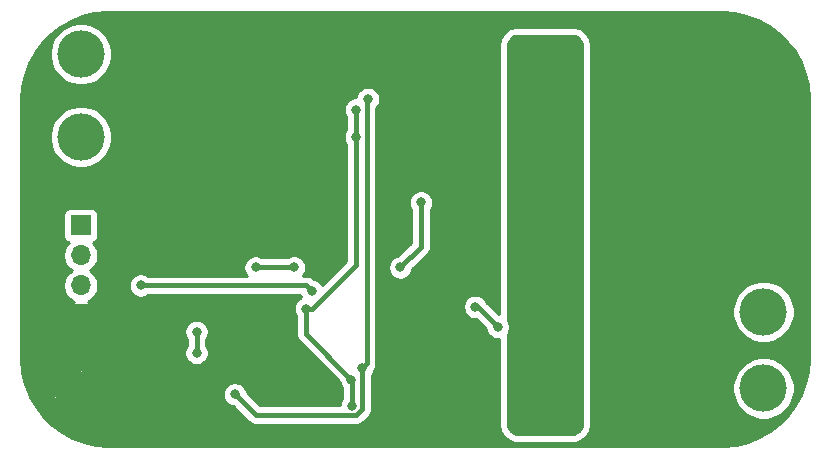
<source format=gbl>
G04 #@! TF.GenerationSoftware,KiCad,Pcbnew,(5.1.10)-1*
G04 #@! TF.CreationDate,2021-09-07T16:34:36-04:00*
G04 #@! TF.ProjectId,Motor_Controller,4d6f746f-725f-4436-9f6e-74726f6c6c65,rev?*
G04 #@! TF.SameCoordinates,Original*
G04 #@! TF.FileFunction,Copper,L2,Bot*
G04 #@! TF.FilePolarity,Positive*
%FSLAX46Y46*%
G04 Gerber Fmt 4.6, Leading zero omitted, Abs format (unit mm)*
G04 Created by KiCad (PCBNEW (5.1.10)-1) date 2021-09-07 16:34:36*
%MOMM*%
%LPD*%
G01*
G04 APERTURE LIST*
G04 #@! TA.AperFunction,ComponentPad*
%ADD10C,4.000000*%
G04 #@! TD*
G04 #@! TA.AperFunction,ComponentPad*
%ADD11O,1.700000X1.700000*%
G04 #@! TD*
G04 #@! TA.AperFunction,ComponentPad*
%ADD12R,1.700000X1.700000*%
G04 #@! TD*
G04 #@! TA.AperFunction,ViaPad*
%ADD13C,0.800000*%
G04 #@! TD*
G04 #@! TA.AperFunction,Conductor*
%ADD14C,0.400000*%
G04 #@! TD*
G04 #@! TA.AperFunction,Conductor*
%ADD15C,0.254000*%
G04 #@! TD*
G04 #@! TA.AperFunction,Conductor*
%ADD16C,0.100000*%
G04 #@! TD*
G04 APERTURE END LIST*
D10*
X29700000Y-127200000D03*
X29700000Y-156200000D03*
X29700000Y-134200000D03*
X87500000Y-155500000D03*
X87500000Y-149000000D03*
D11*
X29700000Y-149320000D03*
X29700000Y-146780000D03*
X29700000Y-144240000D03*
D12*
X29700000Y-141700000D03*
D13*
X57350000Y-156950000D03*
X56600000Y-155000000D03*
X57550000Y-134250000D03*
X56800000Y-132350000D03*
X59500000Y-136000000D03*
X61000000Y-155500000D03*
X62750000Y-139500000D03*
X64500000Y-142250000D03*
X48250000Y-156000000D03*
X41500000Y-154750000D03*
X47000000Y-151000000D03*
X43750000Y-151000000D03*
X45540686Y-152959314D03*
X82000000Y-135500000D03*
X80750000Y-133750000D03*
X79500000Y-135500000D03*
X80750000Y-137250000D03*
X82000000Y-137250000D03*
X79500000Y-137250000D03*
X79500000Y-133750000D03*
X82000000Y-133750000D03*
X76250000Y-151500000D03*
X75000000Y-149750000D03*
X77500000Y-149750000D03*
X77500000Y-151500000D03*
X76250000Y-148000000D03*
X75000000Y-148000000D03*
X77500000Y-148000000D03*
X37250000Y-135500000D03*
X38250000Y-135500000D03*
X39250000Y-135500000D03*
X40250000Y-135500000D03*
X41250000Y-135500000D03*
X42250000Y-135500000D03*
X43250000Y-135500000D03*
X44250000Y-135500000D03*
X45250000Y-135500000D03*
X55250000Y-140000000D03*
X36800000Y-158000000D03*
X75000000Y-151500000D03*
X44500000Y-145250000D03*
X47750000Y-145250000D03*
X56750000Y-145250000D03*
X58500000Y-139750000D03*
X66750000Y-130000000D03*
X69000000Y-130000000D03*
X69000000Y-128250000D03*
X69000000Y-126500000D03*
X71250000Y-126500000D03*
X71250000Y-128250000D03*
X71250000Y-130000000D03*
X71250000Y-131750000D03*
X69000000Y-131750000D03*
X66750000Y-131750000D03*
X66750000Y-128250000D03*
X66750000Y-126500000D03*
X71250000Y-158500000D03*
X71250000Y-156750000D03*
X69000000Y-158500000D03*
X69000000Y-156750000D03*
X66750000Y-158500000D03*
X66750000Y-156750000D03*
X69000000Y-155000000D03*
X69000000Y-153500000D03*
X66750000Y-155000000D03*
X71250000Y-155000000D03*
X71250000Y-153500000D03*
X66750000Y-153500000D03*
X53000000Y-131900000D03*
X52600000Y-154750000D03*
X52650000Y-156950000D03*
X53000000Y-134200000D03*
X39500000Y-152500000D03*
X39500000Y-150700000D03*
X48750000Y-148750000D03*
X34780005Y-146780005D03*
X49247941Y-147250000D03*
X42750000Y-156000000D03*
X53500000Y-153750000D03*
X54000000Y-131000000D03*
X63100000Y-148600000D03*
X65000000Y-150300000D03*
D14*
X44500000Y-145250000D02*
X47750000Y-145250000D01*
X58500000Y-143500000D02*
X58500000Y-139750000D01*
X56750000Y-145250000D02*
X58500000Y-143500000D01*
X52650000Y-154800000D02*
X52600000Y-154750000D01*
X52650000Y-156950000D02*
X52650000Y-154800000D01*
X53000000Y-134200000D02*
X53000000Y-131900000D01*
X39500000Y-152500000D02*
X39500000Y-150700000D01*
X48750000Y-150900000D02*
X48750000Y-148750000D01*
X52600000Y-154750000D02*
X48750000Y-150900000D01*
X53000000Y-145065685D02*
X49315685Y-148750000D01*
X53000000Y-131900000D02*
X53000000Y-145065685D01*
X49315685Y-148750000D02*
X48750000Y-148750000D01*
X48777946Y-146780005D02*
X49247941Y-147250000D01*
X34780005Y-146780005D02*
X48777946Y-146780005D01*
X53500000Y-157284002D02*
X53500000Y-153750000D01*
X53034001Y-157750001D02*
X53500000Y-157284002D01*
X44500001Y-157750001D02*
X53034001Y-157750001D01*
X42750000Y-156000000D02*
X44500001Y-157750001D01*
X53899999Y-131100001D02*
X54000000Y-131000000D01*
X53899999Y-153350001D02*
X53899999Y-131100001D01*
X53500000Y-153750000D02*
X53899999Y-153350001D01*
X63300000Y-148600000D02*
X65000000Y-150300000D01*
X63100000Y-148600000D02*
X63300000Y-148600000D01*
D15*
X85033984Y-123734863D02*
X86047336Y-123953032D01*
X87019833Y-124311805D01*
X87932081Y-124804027D01*
X88765873Y-125419875D01*
X89504578Y-126147065D01*
X90133441Y-126971073D01*
X90639935Y-127875483D01*
X91013943Y-128842233D01*
X91248001Y-129852030D01*
X91339237Y-130905445D01*
X91340001Y-131002765D01*
X91340000Y-152976661D01*
X91265137Y-154033982D01*
X91046968Y-155047336D01*
X90688195Y-156019833D01*
X90195970Y-156932086D01*
X89580123Y-157765876D01*
X88852934Y-158504578D01*
X88028927Y-159133441D01*
X87124516Y-159639935D01*
X86157766Y-160013943D01*
X85147976Y-160248000D01*
X84094555Y-160339237D01*
X83997362Y-160340000D01*
X32023338Y-160340000D01*
X30966018Y-160265137D01*
X29952664Y-160046968D01*
X28980167Y-159688195D01*
X28067914Y-159195970D01*
X27234124Y-158580123D01*
X27088830Y-158437093D01*
X29404622Y-158437093D01*
X29698277Y-158538258D01*
X29701723Y-158538258D01*
X29995378Y-158437093D01*
X29700000Y-158141715D01*
X29404622Y-158437093D01*
X27088830Y-158437093D01*
X26495422Y-157852934D01*
X25866559Y-157028927D01*
X25401374Y-156198277D01*
X27361742Y-156198277D01*
X27361742Y-156201723D01*
X27462907Y-156495378D01*
X27758285Y-156200000D01*
X31641715Y-156200000D01*
X31937093Y-156495378D01*
X32038258Y-156201723D01*
X32038258Y-156198277D01*
X31937093Y-155904622D01*
X31641715Y-156200000D01*
X27758285Y-156200000D01*
X27462907Y-155904622D01*
X27361742Y-156198277D01*
X25401374Y-156198277D01*
X25360065Y-156124516D01*
X24986057Y-155157766D01*
X24752000Y-154147976D01*
X24735972Y-153962907D01*
X29404622Y-153962907D01*
X29700000Y-154258285D01*
X29995378Y-153962907D01*
X29701723Y-153861742D01*
X29698277Y-153861742D01*
X29404622Y-153962907D01*
X24735972Y-153962907D01*
X24660763Y-153094555D01*
X24660000Y-152997362D01*
X24660000Y-150598061D01*
X38465000Y-150598061D01*
X38465000Y-150801939D01*
X38504774Y-151001898D01*
X38582795Y-151190256D01*
X38665001Y-151313286D01*
X38665000Y-151886715D01*
X38582795Y-152009744D01*
X38504774Y-152198102D01*
X38465000Y-152398061D01*
X38465000Y-152601939D01*
X38504774Y-152801898D01*
X38582795Y-152990256D01*
X38696063Y-153159774D01*
X38840226Y-153303937D01*
X39009744Y-153417205D01*
X39198102Y-153495226D01*
X39398061Y-153535000D01*
X39601939Y-153535000D01*
X39801898Y-153495226D01*
X39990256Y-153417205D01*
X40159774Y-153303937D01*
X40303937Y-153159774D01*
X40417205Y-152990256D01*
X40495226Y-152801898D01*
X40535000Y-152601939D01*
X40535000Y-152398061D01*
X40495226Y-152198102D01*
X40417205Y-152009744D01*
X40335000Y-151886715D01*
X40335000Y-151313285D01*
X40417205Y-151190256D01*
X40495226Y-151001898D01*
X40535000Y-150801939D01*
X40535000Y-150598061D01*
X40495226Y-150398102D01*
X40417205Y-150209744D01*
X40303937Y-150040226D01*
X40159774Y-149896063D01*
X39990256Y-149782795D01*
X39801898Y-149704774D01*
X39601939Y-149665000D01*
X39398061Y-149665000D01*
X39198102Y-149704774D01*
X39009744Y-149782795D01*
X38840226Y-149896063D01*
X38696063Y-150040226D01*
X38582795Y-150209744D01*
X38504774Y-150398102D01*
X38465000Y-150598061D01*
X24660000Y-150598061D01*
X24660000Y-150043000D01*
X28877295Y-150043000D01*
X28895774Y-150179389D01*
X28977000Y-150167056D01*
X28977000Y-150043000D01*
X30423000Y-150043000D01*
X30423000Y-150167056D01*
X30504226Y-150179389D01*
X30522705Y-150043000D01*
X30423000Y-150043000D01*
X28977000Y-150043000D01*
X28877295Y-150043000D01*
X24660000Y-150043000D01*
X24660000Y-140850000D01*
X28211928Y-140850000D01*
X28211928Y-142550000D01*
X28224188Y-142674482D01*
X28260498Y-142794180D01*
X28319463Y-142904494D01*
X28398815Y-143001185D01*
X28495506Y-143080537D01*
X28605820Y-143139502D01*
X28678380Y-143161513D01*
X28546525Y-143293368D01*
X28384010Y-143536589D01*
X28272068Y-143806842D01*
X28215000Y-144093740D01*
X28215000Y-144386260D01*
X28272068Y-144673158D01*
X28384010Y-144943411D01*
X28546525Y-145186632D01*
X28753368Y-145393475D01*
X28927760Y-145510000D01*
X28753368Y-145626525D01*
X28546525Y-145833368D01*
X28384010Y-146076589D01*
X28272068Y-146346842D01*
X28215000Y-146633740D01*
X28215000Y-146926260D01*
X28272068Y-147213158D01*
X28384010Y-147483411D01*
X28546525Y-147726632D01*
X28753368Y-147933475D01*
X28996589Y-148095990D01*
X29110082Y-148143000D01*
X28326998Y-148143000D01*
X28326998Y-148470000D01*
X28894502Y-148470000D01*
X28877295Y-148597000D01*
X28977000Y-148597000D01*
X28977000Y-148472944D01*
X28957611Y-148470000D01*
X30442389Y-148470000D01*
X30423000Y-148472944D01*
X30423000Y-148597000D01*
X30522705Y-148597000D01*
X30505498Y-148470000D01*
X31073002Y-148470000D01*
X31073002Y-148143000D01*
X30289918Y-148143000D01*
X30403411Y-148095990D01*
X30646632Y-147933475D01*
X30853475Y-147726632D01*
X31015990Y-147483411D01*
X31127932Y-147213158D01*
X31185000Y-146926260D01*
X31185000Y-146678066D01*
X33745005Y-146678066D01*
X33745005Y-146881944D01*
X33784779Y-147081903D01*
X33862800Y-147270261D01*
X33976068Y-147439779D01*
X34120231Y-147583942D01*
X34289749Y-147697210D01*
X34478107Y-147775231D01*
X34678066Y-147815005D01*
X34881944Y-147815005D01*
X35081903Y-147775231D01*
X35270261Y-147697210D01*
X35393290Y-147615005D01*
X48278855Y-147615005D01*
X48330736Y-147740256D01*
X48363776Y-147789703D01*
X48259744Y-147832795D01*
X48090226Y-147946063D01*
X47946063Y-148090226D01*
X47832795Y-148259744D01*
X47754774Y-148448102D01*
X47715000Y-148648061D01*
X47715000Y-148851939D01*
X47754774Y-149051898D01*
X47832795Y-149240256D01*
X47915001Y-149363286D01*
X47915000Y-150858981D01*
X47910960Y-150900000D01*
X47915000Y-150941018D01*
X47927082Y-151063688D01*
X47974828Y-151221086D01*
X48052364Y-151366145D01*
X48156709Y-151493291D01*
X48188579Y-151519446D01*
X51575908Y-154906775D01*
X51604774Y-155051898D01*
X51682795Y-155240256D01*
X51796063Y-155409774D01*
X51815001Y-155428712D01*
X51815000Y-156336715D01*
X51732795Y-156459744D01*
X51654774Y-156648102D01*
X51615000Y-156848061D01*
X51615000Y-156915001D01*
X44845869Y-156915001D01*
X43774093Y-155843225D01*
X43745226Y-155698102D01*
X43667205Y-155509744D01*
X43553937Y-155340226D01*
X43409774Y-155196063D01*
X43240256Y-155082795D01*
X43051898Y-155004774D01*
X42851939Y-154965000D01*
X42648061Y-154965000D01*
X42448102Y-155004774D01*
X42259744Y-155082795D01*
X42090226Y-155196063D01*
X41946063Y-155340226D01*
X41832795Y-155509744D01*
X41754774Y-155698102D01*
X41715000Y-155898061D01*
X41715000Y-156101939D01*
X41754774Y-156301898D01*
X41832795Y-156490256D01*
X41946063Y-156659774D01*
X42090226Y-156803937D01*
X42259744Y-156917205D01*
X42448102Y-156995226D01*
X42593225Y-157024093D01*
X43880560Y-158311427D01*
X43906710Y-158343292D01*
X44005079Y-158424021D01*
X44033855Y-158447637D01*
X44178914Y-158525173D01*
X44336312Y-158572919D01*
X44500000Y-158589041D01*
X44541019Y-158585001D01*
X52992983Y-158585001D01*
X53034001Y-158589041D01*
X53075019Y-158585001D01*
X53075020Y-158585001D01*
X53197690Y-158572919D01*
X53355088Y-158525173D01*
X53500147Y-158447637D01*
X53627292Y-158343292D01*
X53653447Y-158311422D01*
X54061422Y-157903447D01*
X54093291Y-157877293D01*
X54197636Y-157750148D01*
X54275172Y-157605089D01*
X54322918Y-157447691D01*
X54335000Y-157325021D01*
X54335000Y-157325020D01*
X54339040Y-157284003D01*
X54335000Y-157242984D01*
X54335000Y-154363285D01*
X54417205Y-154240256D01*
X54495226Y-154051898D01*
X54524359Y-153905434D01*
X54597635Y-153816147D01*
X54675171Y-153671088D01*
X54722917Y-153513690D01*
X54734999Y-153391020D01*
X54734999Y-153391019D01*
X54739039Y-153350002D01*
X54734999Y-153308983D01*
X54734999Y-148498061D01*
X62065000Y-148498061D01*
X62065000Y-148701939D01*
X62104774Y-148901898D01*
X62182795Y-149090256D01*
X62296063Y-149259774D01*
X62440226Y-149403937D01*
X62609744Y-149517205D01*
X62798102Y-149595226D01*
X62998061Y-149635000D01*
X63154133Y-149635000D01*
X63975908Y-150456775D01*
X64004774Y-150601898D01*
X64082795Y-150790256D01*
X64196063Y-150959774D01*
X64340226Y-151103937D01*
X64509744Y-151217205D01*
X64698102Y-151295226D01*
X64898061Y-151335000D01*
X65101939Y-151335000D01*
X65115000Y-151332402D01*
X65115000Y-158500000D01*
X65118058Y-158562242D01*
X65137273Y-158757332D01*
X65161557Y-158879419D01*
X65218462Y-159067012D01*
X65266100Y-159182020D01*
X65358510Y-159354907D01*
X65427668Y-159458409D01*
X65552031Y-159609946D01*
X65640054Y-159697969D01*
X65791591Y-159822332D01*
X65895093Y-159891490D01*
X66067980Y-159983900D01*
X66182988Y-160031538D01*
X66370581Y-160088443D01*
X66492668Y-160112727D01*
X66687758Y-160131942D01*
X66750000Y-160135000D01*
X71250000Y-160135000D01*
X71312242Y-160131942D01*
X71507332Y-160112727D01*
X71629419Y-160088443D01*
X71817012Y-160031538D01*
X71932020Y-159983900D01*
X72104907Y-159891490D01*
X72208409Y-159822332D01*
X72359946Y-159697969D01*
X72447969Y-159609946D01*
X72572332Y-159458409D01*
X72641490Y-159354907D01*
X72733900Y-159182020D01*
X72781538Y-159067012D01*
X72838443Y-158879419D01*
X72862727Y-158757332D01*
X72881942Y-158562242D01*
X72885000Y-158500000D01*
X72885000Y-155240475D01*
X84865000Y-155240475D01*
X84865000Y-155759525D01*
X84966261Y-156268601D01*
X85164893Y-156748141D01*
X85453262Y-157179715D01*
X85820285Y-157546738D01*
X86251859Y-157835107D01*
X86731399Y-158033739D01*
X87240475Y-158135000D01*
X87759525Y-158135000D01*
X88268601Y-158033739D01*
X88748141Y-157835107D01*
X89179715Y-157546738D01*
X89546738Y-157179715D01*
X89835107Y-156748141D01*
X90033739Y-156268601D01*
X90135000Y-155759525D01*
X90135000Y-155240475D01*
X90033739Y-154731399D01*
X89835107Y-154251859D01*
X89546738Y-153820285D01*
X89179715Y-153453262D01*
X88748141Y-153164893D01*
X88268601Y-152966261D01*
X87759525Y-152865000D01*
X87240475Y-152865000D01*
X86731399Y-152966261D01*
X86251859Y-153164893D01*
X85820285Y-153453262D01*
X85453262Y-153820285D01*
X85164893Y-154251859D01*
X84966261Y-154731399D01*
X84865000Y-155240475D01*
X72885000Y-155240475D01*
X72885000Y-148740475D01*
X84865000Y-148740475D01*
X84865000Y-149259525D01*
X84966261Y-149768601D01*
X85164893Y-150248141D01*
X85453262Y-150679715D01*
X85820285Y-151046738D01*
X86251859Y-151335107D01*
X86731399Y-151533739D01*
X87240475Y-151635000D01*
X87759525Y-151635000D01*
X88268601Y-151533739D01*
X88748141Y-151335107D01*
X89179715Y-151046738D01*
X89546738Y-150679715D01*
X89835107Y-150248141D01*
X90033739Y-149768601D01*
X90135000Y-149259525D01*
X90135000Y-148740475D01*
X90033739Y-148231399D01*
X89835107Y-147751859D01*
X89546738Y-147320285D01*
X89179715Y-146953262D01*
X88748141Y-146664893D01*
X88268601Y-146466261D01*
X87759525Y-146365000D01*
X87240475Y-146365000D01*
X86731399Y-146466261D01*
X86251859Y-146664893D01*
X85820285Y-146953262D01*
X85453262Y-147320285D01*
X85164893Y-147751859D01*
X84966261Y-148231399D01*
X84865000Y-148740475D01*
X72885000Y-148740475D01*
X72885000Y-126500000D01*
X72881942Y-126437758D01*
X72862727Y-126242668D01*
X72838443Y-126120581D01*
X72781538Y-125932988D01*
X72733900Y-125817980D01*
X72641490Y-125645093D01*
X72572332Y-125541591D01*
X72447969Y-125390054D01*
X72359946Y-125302031D01*
X72208409Y-125177668D01*
X72104907Y-125108510D01*
X71932020Y-125016100D01*
X71817012Y-124968462D01*
X71629419Y-124911557D01*
X71507332Y-124887273D01*
X71312242Y-124868058D01*
X71250000Y-124865000D01*
X66750000Y-124865000D01*
X66687758Y-124868058D01*
X66492668Y-124887273D01*
X66370581Y-124911557D01*
X66182988Y-124968462D01*
X66067980Y-125016100D01*
X65895093Y-125108510D01*
X65791591Y-125177668D01*
X65640054Y-125302031D01*
X65552031Y-125390054D01*
X65427668Y-125541591D01*
X65358510Y-125645093D01*
X65266100Y-125817980D01*
X65218462Y-125932988D01*
X65161557Y-126120581D01*
X65137273Y-126242668D01*
X65118058Y-126437758D01*
X65115000Y-126500000D01*
X65115000Y-149234132D01*
X64036010Y-148155143D01*
X64017205Y-148109744D01*
X63903937Y-147940226D01*
X63759774Y-147796063D01*
X63590256Y-147682795D01*
X63401898Y-147604774D01*
X63201939Y-147565000D01*
X62998061Y-147565000D01*
X62798102Y-147604774D01*
X62609744Y-147682795D01*
X62440226Y-147796063D01*
X62296063Y-147940226D01*
X62182795Y-148109744D01*
X62104774Y-148298102D01*
X62065000Y-148498061D01*
X54734999Y-148498061D01*
X54734999Y-145148061D01*
X55715000Y-145148061D01*
X55715000Y-145351939D01*
X55754774Y-145551898D01*
X55832795Y-145740256D01*
X55946063Y-145909774D01*
X56090226Y-146053937D01*
X56259744Y-146167205D01*
X56448102Y-146245226D01*
X56648061Y-146285000D01*
X56851939Y-146285000D01*
X57051898Y-146245226D01*
X57240256Y-146167205D01*
X57409774Y-146053937D01*
X57553937Y-145909774D01*
X57667205Y-145740256D01*
X57745226Y-145551898D01*
X57774093Y-145406775D01*
X59061433Y-144119436D01*
X59093291Y-144093291D01*
X59197636Y-143966146D01*
X59275172Y-143821087D01*
X59322918Y-143663689D01*
X59335000Y-143541019D01*
X59335000Y-143541018D01*
X59339040Y-143500000D01*
X59335000Y-143458982D01*
X59335000Y-140363285D01*
X59417205Y-140240256D01*
X59495226Y-140051898D01*
X59535000Y-139851939D01*
X59535000Y-139648061D01*
X59495226Y-139448102D01*
X59417205Y-139259744D01*
X59303937Y-139090226D01*
X59159774Y-138946063D01*
X58990256Y-138832795D01*
X58801898Y-138754774D01*
X58601939Y-138715000D01*
X58398061Y-138715000D01*
X58198102Y-138754774D01*
X58009744Y-138832795D01*
X57840226Y-138946063D01*
X57696063Y-139090226D01*
X57582795Y-139259744D01*
X57504774Y-139448102D01*
X57465000Y-139648061D01*
X57465000Y-139851939D01*
X57504774Y-140051898D01*
X57582795Y-140240256D01*
X57665001Y-140363286D01*
X57665000Y-143154131D01*
X56593225Y-144225907D01*
X56448102Y-144254774D01*
X56259744Y-144332795D01*
X56090226Y-144446063D01*
X55946063Y-144590226D01*
X55832795Y-144759744D01*
X55754774Y-144948102D01*
X55715000Y-145148061D01*
X54734999Y-145148061D01*
X54734999Y-131728712D01*
X54803937Y-131659774D01*
X54917205Y-131490256D01*
X54995226Y-131301898D01*
X55035000Y-131101939D01*
X55035000Y-130898061D01*
X54995226Y-130698102D01*
X54917205Y-130509744D01*
X54803937Y-130340226D01*
X54659774Y-130196063D01*
X54490256Y-130082795D01*
X54301898Y-130004774D01*
X54101939Y-129965000D01*
X53898061Y-129965000D01*
X53698102Y-130004774D01*
X53509744Y-130082795D01*
X53340226Y-130196063D01*
X53196063Y-130340226D01*
X53082795Y-130509744D01*
X53004774Y-130698102D01*
X52971576Y-130865000D01*
X52898061Y-130865000D01*
X52698102Y-130904774D01*
X52509744Y-130982795D01*
X52340226Y-131096063D01*
X52196063Y-131240226D01*
X52082795Y-131409744D01*
X52004774Y-131598102D01*
X51965000Y-131798061D01*
X51965000Y-132001939D01*
X52004774Y-132201898D01*
X52082795Y-132390256D01*
X52165000Y-132513285D01*
X52165000Y-133586715D01*
X52082795Y-133709744D01*
X52004774Y-133898102D01*
X51965000Y-134098061D01*
X51965000Y-134301939D01*
X52004774Y-134501898D01*
X52082795Y-134690256D01*
X52165000Y-134813285D01*
X52165001Y-144719816D01*
X50149095Y-146735722D01*
X50051878Y-146590226D01*
X49907715Y-146446063D01*
X49738197Y-146332795D01*
X49549839Y-146254774D01*
X49404715Y-146225907D01*
X49397392Y-146218584D01*
X49371237Y-146186714D01*
X49244092Y-146082369D01*
X49099033Y-146004833D01*
X48941635Y-145957087D01*
X48818965Y-145945005D01*
X48818964Y-145945005D01*
X48777946Y-145940965D01*
X48736928Y-145945005D01*
X48518706Y-145945005D01*
X48553937Y-145909774D01*
X48667205Y-145740256D01*
X48745226Y-145551898D01*
X48785000Y-145351939D01*
X48785000Y-145148061D01*
X48745226Y-144948102D01*
X48667205Y-144759744D01*
X48553937Y-144590226D01*
X48409774Y-144446063D01*
X48240256Y-144332795D01*
X48051898Y-144254774D01*
X47851939Y-144215000D01*
X47648061Y-144215000D01*
X47448102Y-144254774D01*
X47259744Y-144332795D01*
X47136715Y-144415000D01*
X45113285Y-144415000D01*
X44990256Y-144332795D01*
X44801898Y-144254774D01*
X44601939Y-144215000D01*
X44398061Y-144215000D01*
X44198102Y-144254774D01*
X44009744Y-144332795D01*
X43840226Y-144446063D01*
X43696063Y-144590226D01*
X43582795Y-144759744D01*
X43504774Y-144948102D01*
X43465000Y-145148061D01*
X43465000Y-145351939D01*
X43504774Y-145551898D01*
X43582795Y-145740256D01*
X43696063Y-145909774D01*
X43731294Y-145945005D01*
X35393290Y-145945005D01*
X35270261Y-145862800D01*
X35081903Y-145784779D01*
X34881944Y-145745005D01*
X34678066Y-145745005D01*
X34478107Y-145784779D01*
X34289749Y-145862800D01*
X34120231Y-145976068D01*
X33976068Y-146120231D01*
X33862800Y-146289749D01*
X33784779Y-146478107D01*
X33745005Y-146678066D01*
X31185000Y-146678066D01*
X31185000Y-146633740D01*
X31127932Y-146346842D01*
X31015990Y-146076589D01*
X30853475Y-145833368D01*
X30646632Y-145626525D01*
X30472240Y-145510000D01*
X30646632Y-145393475D01*
X30853475Y-145186632D01*
X31015990Y-144943411D01*
X31127932Y-144673158D01*
X31185000Y-144386260D01*
X31185000Y-144093740D01*
X31127932Y-143806842D01*
X31015990Y-143536589D01*
X30853475Y-143293368D01*
X30721620Y-143161513D01*
X30794180Y-143139502D01*
X30904494Y-143080537D01*
X31001185Y-143001185D01*
X31080537Y-142904494D01*
X31139502Y-142794180D01*
X31175812Y-142674482D01*
X31188072Y-142550000D01*
X31188072Y-140850000D01*
X31175812Y-140725518D01*
X31139502Y-140605820D01*
X31080537Y-140495506D01*
X31001185Y-140398815D01*
X30904494Y-140319463D01*
X30794180Y-140260498D01*
X30674482Y-140224188D01*
X30550000Y-140211928D01*
X28850000Y-140211928D01*
X28725518Y-140224188D01*
X28605820Y-140260498D01*
X28495506Y-140319463D01*
X28398815Y-140398815D01*
X28319463Y-140495506D01*
X28260498Y-140605820D01*
X28224188Y-140725518D01*
X28211928Y-140850000D01*
X24660000Y-140850000D01*
X24660000Y-133940475D01*
X27065000Y-133940475D01*
X27065000Y-134459525D01*
X27166261Y-134968601D01*
X27364893Y-135448141D01*
X27653262Y-135879715D01*
X28020285Y-136246738D01*
X28451859Y-136535107D01*
X28931399Y-136733739D01*
X29440475Y-136835000D01*
X29959525Y-136835000D01*
X30468601Y-136733739D01*
X30948141Y-136535107D01*
X31379715Y-136246738D01*
X31746738Y-135879715D01*
X32035107Y-135448141D01*
X32233739Y-134968601D01*
X32335000Y-134459525D01*
X32335000Y-133940475D01*
X32233739Y-133431399D01*
X32035107Y-132951859D01*
X31746738Y-132520285D01*
X31379715Y-132153262D01*
X30948141Y-131864893D01*
X30468601Y-131666261D01*
X29959525Y-131565000D01*
X29440475Y-131565000D01*
X28931399Y-131666261D01*
X28451859Y-131864893D01*
X28020285Y-132153262D01*
X27653262Y-132520285D01*
X27364893Y-132951859D01*
X27166261Y-133431399D01*
X27065000Y-133940475D01*
X24660000Y-133940475D01*
X24660000Y-131023338D01*
X24734863Y-129966016D01*
X24953032Y-128952664D01*
X25311805Y-127980167D01*
X25804027Y-127067919D01*
X25898158Y-126940475D01*
X27065000Y-126940475D01*
X27065000Y-127459525D01*
X27166261Y-127968601D01*
X27364893Y-128448141D01*
X27653262Y-128879715D01*
X28020285Y-129246738D01*
X28451859Y-129535107D01*
X28931399Y-129733739D01*
X29440475Y-129835000D01*
X29959525Y-129835000D01*
X30468601Y-129733739D01*
X30948141Y-129535107D01*
X31379715Y-129246738D01*
X31746738Y-128879715D01*
X32035107Y-128448141D01*
X32233739Y-127968601D01*
X32335000Y-127459525D01*
X32335000Y-126940475D01*
X32233739Y-126431399D01*
X32035107Y-125951859D01*
X31746738Y-125520285D01*
X31379715Y-125153262D01*
X30948141Y-124864893D01*
X30468601Y-124666261D01*
X29959525Y-124565000D01*
X29440475Y-124565000D01*
X28931399Y-124666261D01*
X28451859Y-124864893D01*
X28020285Y-125153262D01*
X27653262Y-125520285D01*
X27364893Y-125951859D01*
X27166261Y-126431399D01*
X27065000Y-126940475D01*
X25898158Y-126940475D01*
X26419875Y-126234127D01*
X27147065Y-125495422D01*
X27971073Y-124866559D01*
X28875483Y-124360065D01*
X29842233Y-123986057D01*
X30852030Y-123751999D01*
X31905445Y-123660763D01*
X32002638Y-123660000D01*
X83976662Y-123660000D01*
X85033984Y-123734863D01*
G04 #@! TA.AperFunction,Conductor*
D16*
G36*
X85033984Y-123734863D02*
G01*
X86047336Y-123953032D01*
X87019833Y-124311805D01*
X87932081Y-124804027D01*
X88765873Y-125419875D01*
X89504578Y-126147065D01*
X90133441Y-126971073D01*
X90639935Y-127875483D01*
X91013943Y-128842233D01*
X91248001Y-129852030D01*
X91339237Y-130905445D01*
X91340001Y-131002765D01*
X91340000Y-152976661D01*
X91265137Y-154033982D01*
X91046968Y-155047336D01*
X90688195Y-156019833D01*
X90195970Y-156932086D01*
X89580123Y-157765876D01*
X88852934Y-158504578D01*
X88028927Y-159133441D01*
X87124516Y-159639935D01*
X86157766Y-160013943D01*
X85147976Y-160248000D01*
X84094555Y-160339237D01*
X83997362Y-160340000D01*
X32023338Y-160340000D01*
X30966018Y-160265137D01*
X29952664Y-160046968D01*
X28980167Y-159688195D01*
X28067914Y-159195970D01*
X27234124Y-158580123D01*
X27088830Y-158437093D01*
X29404622Y-158437093D01*
X29698277Y-158538258D01*
X29701723Y-158538258D01*
X29995378Y-158437093D01*
X29700000Y-158141715D01*
X29404622Y-158437093D01*
X27088830Y-158437093D01*
X26495422Y-157852934D01*
X25866559Y-157028927D01*
X25401374Y-156198277D01*
X27361742Y-156198277D01*
X27361742Y-156201723D01*
X27462907Y-156495378D01*
X27758285Y-156200000D01*
X31641715Y-156200000D01*
X31937093Y-156495378D01*
X32038258Y-156201723D01*
X32038258Y-156198277D01*
X31937093Y-155904622D01*
X31641715Y-156200000D01*
X27758285Y-156200000D01*
X27462907Y-155904622D01*
X27361742Y-156198277D01*
X25401374Y-156198277D01*
X25360065Y-156124516D01*
X24986057Y-155157766D01*
X24752000Y-154147976D01*
X24735972Y-153962907D01*
X29404622Y-153962907D01*
X29700000Y-154258285D01*
X29995378Y-153962907D01*
X29701723Y-153861742D01*
X29698277Y-153861742D01*
X29404622Y-153962907D01*
X24735972Y-153962907D01*
X24660763Y-153094555D01*
X24660000Y-152997362D01*
X24660000Y-150598061D01*
X38465000Y-150598061D01*
X38465000Y-150801939D01*
X38504774Y-151001898D01*
X38582795Y-151190256D01*
X38665001Y-151313286D01*
X38665000Y-151886715D01*
X38582795Y-152009744D01*
X38504774Y-152198102D01*
X38465000Y-152398061D01*
X38465000Y-152601939D01*
X38504774Y-152801898D01*
X38582795Y-152990256D01*
X38696063Y-153159774D01*
X38840226Y-153303937D01*
X39009744Y-153417205D01*
X39198102Y-153495226D01*
X39398061Y-153535000D01*
X39601939Y-153535000D01*
X39801898Y-153495226D01*
X39990256Y-153417205D01*
X40159774Y-153303937D01*
X40303937Y-153159774D01*
X40417205Y-152990256D01*
X40495226Y-152801898D01*
X40535000Y-152601939D01*
X40535000Y-152398061D01*
X40495226Y-152198102D01*
X40417205Y-152009744D01*
X40335000Y-151886715D01*
X40335000Y-151313285D01*
X40417205Y-151190256D01*
X40495226Y-151001898D01*
X40535000Y-150801939D01*
X40535000Y-150598061D01*
X40495226Y-150398102D01*
X40417205Y-150209744D01*
X40303937Y-150040226D01*
X40159774Y-149896063D01*
X39990256Y-149782795D01*
X39801898Y-149704774D01*
X39601939Y-149665000D01*
X39398061Y-149665000D01*
X39198102Y-149704774D01*
X39009744Y-149782795D01*
X38840226Y-149896063D01*
X38696063Y-150040226D01*
X38582795Y-150209744D01*
X38504774Y-150398102D01*
X38465000Y-150598061D01*
X24660000Y-150598061D01*
X24660000Y-150043000D01*
X28877295Y-150043000D01*
X28895774Y-150179389D01*
X28977000Y-150167056D01*
X28977000Y-150043000D01*
X30423000Y-150043000D01*
X30423000Y-150167056D01*
X30504226Y-150179389D01*
X30522705Y-150043000D01*
X30423000Y-150043000D01*
X28977000Y-150043000D01*
X28877295Y-150043000D01*
X24660000Y-150043000D01*
X24660000Y-140850000D01*
X28211928Y-140850000D01*
X28211928Y-142550000D01*
X28224188Y-142674482D01*
X28260498Y-142794180D01*
X28319463Y-142904494D01*
X28398815Y-143001185D01*
X28495506Y-143080537D01*
X28605820Y-143139502D01*
X28678380Y-143161513D01*
X28546525Y-143293368D01*
X28384010Y-143536589D01*
X28272068Y-143806842D01*
X28215000Y-144093740D01*
X28215000Y-144386260D01*
X28272068Y-144673158D01*
X28384010Y-144943411D01*
X28546525Y-145186632D01*
X28753368Y-145393475D01*
X28927760Y-145510000D01*
X28753368Y-145626525D01*
X28546525Y-145833368D01*
X28384010Y-146076589D01*
X28272068Y-146346842D01*
X28215000Y-146633740D01*
X28215000Y-146926260D01*
X28272068Y-147213158D01*
X28384010Y-147483411D01*
X28546525Y-147726632D01*
X28753368Y-147933475D01*
X28996589Y-148095990D01*
X29110082Y-148143000D01*
X28326998Y-148143000D01*
X28326998Y-148470000D01*
X28894502Y-148470000D01*
X28877295Y-148597000D01*
X28977000Y-148597000D01*
X28977000Y-148472944D01*
X28957611Y-148470000D01*
X30442389Y-148470000D01*
X30423000Y-148472944D01*
X30423000Y-148597000D01*
X30522705Y-148597000D01*
X30505498Y-148470000D01*
X31073002Y-148470000D01*
X31073002Y-148143000D01*
X30289918Y-148143000D01*
X30403411Y-148095990D01*
X30646632Y-147933475D01*
X30853475Y-147726632D01*
X31015990Y-147483411D01*
X31127932Y-147213158D01*
X31185000Y-146926260D01*
X31185000Y-146678066D01*
X33745005Y-146678066D01*
X33745005Y-146881944D01*
X33784779Y-147081903D01*
X33862800Y-147270261D01*
X33976068Y-147439779D01*
X34120231Y-147583942D01*
X34289749Y-147697210D01*
X34478107Y-147775231D01*
X34678066Y-147815005D01*
X34881944Y-147815005D01*
X35081903Y-147775231D01*
X35270261Y-147697210D01*
X35393290Y-147615005D01*
X48278855Y-147615005D01*
X48330736Y-147740256D01*
X48363776Y-147789703D01*
X48259744Y-147832795D01*
X48090226Y-147946063D01*
X47946063Y-148090226D01*
X47832795Y-148259744D01*
X47754774Y-148448102D01*
X47715000Y-148648061D01*
X47715000Y-148851939D01*
X47754774Y-149051898D01*
X47832795Y-149240256D01*
X47915001Y-149363286D01*
X47915000Y-150858981D01*
X47910960Y-150900000D01*
X47915000Y-150941018D01*
X47927082Y-151063688D01*
X47974828Y-151221086D01*
X48052364Y-151366145D01*
X48156709Y-151493291D01*
X48188579Y-151519446D01*
X51575908Y-154906775D01*
X51604774Y-155051898D01*
X51682795Y-155240256D01*
X51796063Y-155409774D01*
X51815001Y-155428712D01*
X51815000Y-156336715D01*
X51732795Y-156459744D01*
X51654774Y-156648102D01*
X51615000Y-156848061D01*
X51615000Y-156915001D01*
X44845869Y-156915001D01*
X43774093Y-155843225D01*
X43745226Y-155698102D01*
X43667205Y-155509744D01*
X43553937Y-155340226D01*
X43409774Y-155196063D01*
X43240256Y-155082795D01*
X43051898Y-155004774D01*
X42851939Y-154965000D01*
X42648061Y-154965000D01*
X42448102Y-155004774D01*
X42259744Y-155082795D01*
X42090226Y-155196063D01*
X41946063Y-155340226D01*
X41832795Y-155509744D01*
X41754774Y-155698102D01*
X41715000Y-155898061D01*
X41715000Y-156101939D01*
X41754774Y-156301898D01*
X41832795Y-156490256D01*
X41946063Y-156659774D01*
X42090226Y-156803937D01*
X42259744Y-156917205D01*
X42448102Y-156995226D01*
X42593225Y-157024093D01*
X43880560Y-158311427D01*
X43906710Y-158343292D01*
X44005079Y-158424021D01*
X44033855Y-158447637D01*
X44178914Y-158525173D01*
X44336312Y-158572919D01*
X44500000Y-158589041D01*
X44541019Y-158585001D01*
X52992983Y-158585001D01*
X53034001Y-158589041D01*
X53075019Y-158585001D01*
X53075020Y-158585001D01*
X53197690Y-158572919D01*
X53355088Y-158525173D01*
X53500147Y-158447637D01*
X53627292Y-158343292D01*
X53653447Y-158311422D01*
X54061422Y-157903447D01*
X54093291Y-157877293D01*
X54197636Y-157750148D01*
X54275172Y-157605089D01*
X54322918Y-157447691D01*
X54335000Y-157325021D01*
X54335000Y-157325020D01*
X54339040Y-157284003D01*
X54335000Y-157242984D01*
X54335000Y-154363285D01*
X54417205Y-154240256D01*
X54495226Y-154051898D01*
X54524359Y-153905434D01*
X54597635Y-153816147D01*
X54675171Y-153671088D01*
X54722917Y-153513690D01*
X54734999Y-153391020D01*
X54734999Y-153391019D01*
X54739039Y-153350002D01*
X54734999Y-153308983D01*
X54734999Y-148498061D01*
X62065000Y-148498061D01*
X62065000Y-148701939D01*
X62104774Y-148901898D01*
X62182795Y-149090256D01*
X62296063Y-149259774D01*
X62440226Y-149403937D01*
X62609744Y-149517205D01*
X62798102Y-149595226D01*
X62998061Y-149635000D01*
X63154133Y-149635000D01*
X63975908Y-150456775D01*
X64004774Y-150601898D01*
X64082795Y-150790256D01*
X64196063Y-150959774D01*
X64340226Y-151103937D01*
X64509744Y-151217205D01*
X64698102Y-151295226D01*
X64898061Y-151335000D01*
X65101939Y-151335000D01*
X65115000Y-151332402D01*
X65115000Y-158500000D01*
X65118058Y-158562242D01*
X65137273Y-158757332D01*
X65161557Y-158879419D01*
X65218462Y-159067012D01*
X65266100Y-159182020D01*
X65358510Y-159354907D01*
X65427668Y-159458409D01*
X65552031Y-159609946D01*
X65640054Y-159697969D01*
X65791591Y-159822332D01*
X65895093Y-159891490D01*
X66067980Y-159983900D01*
X66182988Y-160031538D01*
X66370581Y-160088443D01*
X66492668Y-160112727D01*
X66687758Y-160131942D01*
X66750000Y-160135000D01*
X71250000Y-160135000D01*
X71312242Y-160131942D01*
X71507332Y-160112727D01*
X71629419Y-160088443D01*
X71817012Y-160031538D01*
X71932020Y-159983900D01*
X72104907Y-159891490D01*
X72208409Y-159822332D01*
X72359946Y-159697969D01*
X72447969Y-159609946D01*
X72572332Y-159458409D01*
X72641490Y-159354907D01*
X72733900Y-159182020D01*
X72781538Y-159067012D01*
X72838443Y-158879419D01*
X72862727Y-158757332D01*
X72881942Y-158562242D01*
X72885000Y-158500000D01*
X72885000Y-155240475D01*
X84865000Y-155240475D01*
X84865000Y-155759525D01*
X84966261Y-156268601D01*
X85164893Y-156748141D01*
X85453262Y-157179715D01*
X85820285Y-157546738D01*
X86251859Y-157835107D01*
X86731399Y-158033739D01*
X87240475Y-158135000D01*
X87759525Y-158135000D01*
X88268601Y-158033739D01*
X88748141Y-157835107D01*
X89179715Y-157546738D01*
X89546738Y-157179715D01*
X89835107Y-156748141D01*
X90033739Y-156268601D01*
X90135000Y-155759525D01*
X90135000Y-155240475D01*
X90033739Y-154731399D01*
X89835107Y-154251859D01*
X89546738Y-153820285D01*
X89179715Y-153453262D01*
X88748141Y-153164893D01*
X88268601Y-152966261D01*
X87759525Y-152865000D01*
X87240475Y-152865000D01*
X86731399Y-152966261D01*
X86251859Y-153164893D01*
X85820285Y-153453262D01*
X85453262Y-153820285D01*
X85164893Y-154251859D01*
X84966261Y-154731399D01*
X84865000Y-155240475D01*
X72885000Y-155240475D01*
X72885000Y-148740475D01*
X84865000Y-148740475D01*
X84865000Y-149259525D01*
X84966261Y-149768601D01*
X85164893Y-150248141D01*
X85453262Y-150679715D01*
X85820285Y-151046738D01*
X86251859Y-151335107D01*
X86731399Y-151533739D01*
X87240475Y-151635000D01*
X87759525Y-151635000D01*
X88268601Y-151533739D01*
X88748141Y-151335107D01*
X89179715Y-151046738D01*
X89546738Y-150679715D01*
X89835107Y-150248141D01*
X90033739Y-149768601D01*
X90135000Y-149259525D01*
X90135000Y-148740475D01*
X90033739Y-148231399D01*
X89835107Y-147751859D01*
X89546738Y-147320285D01*
X89179715Y-146953262D01*
X88748141Y-146664893D01*
X88268601Y-146466261D01*
X87759525Y-146365000D01*
X87240475Y-146365000D01*
X86731399Y-146466261D01*
X86251859Y-146664893D01*
X85820285Y-146953262D01*
X85453262Y-147320285D01*
X85164893Y-147751859D01*
X84966261Y-148231399D01*
X84865000Y-148740475D01*
X72885000Y-148740475D01*
X72885000Y-126500000D01*
X72881942Y-126437758D01*
X72862727Y-126242668D01*
X72838443Y-126120581D01*
X72781538Y-125932988D01*
X72733900Y-125817980D01*
X72641490Y-125645093D01*
X72572332Y-125541591D01*
X72447969Y-125390054D01*
X72359946Y-125302031D01*
X72208409Y-125177668D01*
X72104907Y-125108510D01*
X71932020Y-125016100D01*
X71817012Y-124968462D01*
X71629419Y-124911557D01*
X71507332Y-124887273D01*
X71312242Y-124868058D01*
X71250000Y-124865000D01*
X66750000Y-124865000D01*
X66687758Y-124868058D01*
X66492668Y-124887273D01*
X66370581Y-124911557D01*
X66182988Y-124968462D01*
X66067980Y-125016100D01*
X65895093Y-125108510D01*
X65791591Y-125177668D01*
X65640054Y-125302031D01*
X65552031Y-125390054D01*
X65427668Y-125541591D01*
X65358510Y-125645093D01*
X65266100Y-125817980D01*
X65218462Y-125932988D01*
X65161557Y-126120581D01*
X65137273Y-126242668D01*
X65118058Y-126437758D01*
X65115000Y-126500000D01*
X65115000Y-149234132D01*
X64036010Y-148155143D01*
X64017205Y-148109744D01*
X63903937Y-147940226D01*
X63759774Y-147796063D01*
X63590256Y-147682795D01*
X63401898Y-147604774D01*
X63201939Y-147565000D01*
X62998061Y-147565000D01*
X62798102Y-147604774D01*
X62609744Y-147682795D01*
X62440226Y-147796063D01*
X62296063Y-147940226D01*
X62182795Y-148109744D01*
X62104774Y-148298102D01*
X62065000Y-148498061D01*
X54734999Y-148498061D01*
X54734999Y-145148061D01*
X55715000Y-145148061D01*
X55715000Y-145351939D01*
X55754774Y-145551898D01*
X55832795Y-145740256D01*
X55946063Y-145909774D01*
X56090226Y-146053937D01*
X56259744Y-146167205D01*
X56448102Y-146245226D01*
X56648061Y-146285000D01*
X56851939Y-146285000D01*
X57051898Y-146245226D01*
X57240256Y-146167205D01*
X57409774Y-146053937D01*
X57553937Y-145909774D01*
X57667205Y-145740256D01*
X57745226Y-145551898D01*
X57774093Y-145406775D01*
X59061433Y-144119436D01*
X59093291Y-144093291D01*
X59197636Y-143966146D01*
X59275172Y-143821087D01*
X59322918Y-143663689D01*
X59335000Y-143541019D01*
X59335000Y-143541018D01*
X59339040Y-143500000D01*
X59335000Y-143458982D01*
X59335000Y-140363285D01*
X59417205Y-140240256D01*
X59495226Y-140051898D01*
X59535000Y-139851939D01*
X59535000Y-139648061D01*
X59495226Y-139448102D01*
X59417205Y-139259744D01*
X59303937Y-139090226D01*
X59159774Y-138946063D01*
X58990256Y-138832795D01*
X58801898Y-138754774D01*
X58601939Y-138715000D01*
X58398061Y-138715000D01*
X58198102Y-138754774D01*
X58009744Y-138832795D01*
X57840226Y-138946063D01*
X57696063Y-139090226D01*
X57582795Y-139259744D01*
X57504774Y-139448102D01*
X57465000Y-139648061D01*
X57465000Y-139851939D01*
X57504774Y-140051898D01*
X57582795Y-140240256D01*
X57665001Y-140363286D01*
X57665000Y-143154131D01*
X56593225Y-144225907D01*
X56448102Y-144254774D01*
X56259744Y-144332795D01*
X56090226Y-144446063D01*
X55946063Y-144590226D01*
X55832795Y-144759744D01*
X55754774Y-144948102D01*
X55715000Y-145148061D01*
X54734999Y-145148061D01*
X54734999Y-131728712D01*
X54803937Y-131659774D01*
X54917205Y-131490256D01*
X54995226Y-131301898D01*
X55035000Y-131101939D01*
X55035000Y-130898061D01*
X54995226Y-130698102D01*
X54917205Y-130509744D01*
X54803937Y-130340226D01*
X54659774Y-130196063D01*
X54490256Y-130082795D01*
X54301898Y-130004774D01*
X54101939Y-129965000D01*
X53898061Y-129965000D01*
X53698102Y-130004774D01*
X53509744Y-130082795D01*
X53340226Y-130196063D01*
X53196063Y-130340226D01*
X53082795Y-130509744D01*
X53004774Y-130698102D01*
X52971576Y-130865000D01*
X52898061Y-130865000D01*
X52698102Y-130904774D01*
X52509744Y-130982795D01*
X52340226Y-131096063D01*
X52196063Y-131240226D01*
X52082795Y-131409744D01*
X52004774Y-131598102D01*
X51965000Y-131798061D01*
X51965000Y-132001939D01*
X52004774Y-132201898D01*
X52082795Y-132390256D01*
X52165000Y-132513285D01*
X52165000Y-133586715D01*
X52082795Y-133709744D01*
X52004774Y-133898102D01*
X51965000Y-134098061D01*
X51965000Y-134301939D01*
X52004774Y-134501898D01*
X52082795Y-134690256D01*
X52165000Y-134813285D01*
X52165001Y-144719816D01*
X50149095Y-146735722D01*
X50051878Y-146590226D01*
X49907715Y-146446063D01*
X49738197Y-146332795D01*
X49549839Y-146254774D01*
X49404715Y-146225907D01*
X49397392Y-146218584D01*
X49371237Y-146186714D01*
X49244092Y-146082369D01*
X49099033Y-146004833D01*
X48941635Y-145957087D01*
X48818965Y-145945005D01*
X48818964Y-145945005D01*
X48777946Y-145940965D01*
X48736928Y-145945005D01*
X48518706Y-145945005D01*
X48553937Y-145909774D01*
X48667205Y-145740256D01*
X48745226Y-145551898D01*
X48785000Y-145351939D01*
X48785000Y-145148061D01*
X48745226Y-144948102D01*
X48667205Y-144759744D01*
X48553937Y-144590226D01*
X48409774Y-144446063D01*
X48240256Y-144332795D01*
X48051898Y-144254774D01*
X47851939Y-144215000D01*
X47648061Y-144215000D01*
X47448102Y-144254774D01*
X47259744Y-144332795D01*
X47136715Y-144415000D01*
X45113285Y-144415000D01*
X44990256Y-144332795D01*
X44801898Y-144254774D01*
X44601939Y-144215000D01*
X44398061Y-144215000D01*
X44198102Y-144254774D01*
X44009744Y-144332795D01*
X43840226Y-144446063D01*
X43696063Y-144590226D01*
X43582795Y-144759744D01*
X43504774Y-144948102D01*
X43465000Y-145148061D01*
X43465000Y-145351939D01*
X43504774Y-145551898D01*
X43582795Y-145740256D01*
X43696063Y-145909774D01*
X43731294Y-145945005D01*
X35393290Y-145945005D01*
X35270261Y-145862800D01*
X35081903Y-145784779D01*
X34881944Y-145745005D01*
X34678066Y-145745005D01*
X34478107Y-145784779D01*
X34289749Y-145862800D01*
X34120231Y-145976068D01*
X33976068Y-146120231D01*
X33862800Y-146289749D01*
X33784779Y-146478107D01*
X33745005Y-146678066D01*
X31185000Y-146678066D01*
X31185000Y-146633740D01*
X31127932Y-146346842D01*
X31015990Y-146076589D01*
X30853475Y-145833368D01*
X30646632Y-145626525D01*
X30472240Y-145510000D01*
X30646632Y-145393475D01*
X30853475Y-145186632D01*
X31015990Y-144943411D01*
X31127932Y-144673158D01*
X31185000Y-144386260D01*
X31185000Y-144093740D01*
X31127932Y-143806842D01*
X31015990Y-143536589D01*
X30853475Y-143293368D01*
X30721620Y-143161513D01*
X30794180Y-143139502D01*
X30904494Y-143080537D01*
X31001185Y-143001185D01*
X31080537Y-142904494D01*
X31139502Y-142794180D01*
X31175812Y-142674482D01*
X31188072Y-142550000D01*
X31188072Y-140850000D01*
X31175812Y-140725518D01*
X31139502Y-140605820D01*
X31080537Y-140495506D01*
X31001185Y-140398815D01*
X30904494Y-140319463D01*
X30794180Y-140260498D01*
X30674482Y-140224188D01*
X30550000Y-140211928D01*
X28850000Y-140211928D01*
X28725518Y-140224188D01*
X28605820Y-140260498D01*
X28495506Y-140319463D01*
X28398815Y-140398815D01*
X28319463Y-140495506D01*
X28260498Y-140605820D01*
X28224188Y-140725518D01*
X28211928Y-140850000D01*
X24660000Y-140850000D01*
X24660000Y-133940475D01*
X27065000Y-133940475D01*
X27065000Y-134459525D01*
X27166261Y-134968601D01*
X27364893Y-135448141D01*
X27653262Y-135879715D01*
X28020285Y-136246738D01*
X28451859Y-136535107D01*
X28931399Y-136733739D01*
X29440475Y-136835000D01*
X29959525Y-136835000D01*
X30468601Y-136733739D01*
X30948141Y-136535107D01*
X31379715Y-136246738D01*
X31746738Y-135879715D01*
X32035107Y-135448141D01*
X32233739Y-134968601D01*
X32335000Y-134459525D01*
X32335000Y-133940475D01*
X32233739Y-133431399D01*
X32035107Y-132951859D01*
X31746738Y-132520285D01*
X31379715Y-132153262D01*
X30948141Y-131864893D01*
X30468601Y-131666261D01*
X29959525Y-131565000D01*
X29440475Y-131565000D01*
X28931399Y-131666261D01*
X28451859Y-131864893D01*
X28020285Y-132153262D01*
X27653262Y-132520285D01*
X27364893Y-132951859D01*
X27166261Y-133431399D01*
X27065000Y-133940475D01*
X24660000Y-133940475D01*
X24660000Y-131023338D01*
X24734863Y-129966016D01*
X24953032Y-128952664D01*
X25311805Y-127980167D01*
X25804027Y-127067919D01*
X25898158Y-126940475D01*
X27065000Y-126940475D01*
X27065000Y-127459525D01*
X27166261Y-127968601D01*
X27364893Y-128448141D01*
X27653262Y-128879715D01*
X28020285Y-129246738D01*
X28451859Y-129535107D01*
X28931399Y-129733739D01*
X29440475Y-129835000D01*
X29959525Y-129835000D01*
X30468601Y-129733739D01*
X30948141Y-129535107D01*
X31379715Y-129246738D01*
X31746738Y-128879715D01*
X32035107Y-128448141D01*
X32233739Y-127968601D01*
X32335000Y-127459525D01*
X32335000Y-126940475D01*
X32233739Y-126431399D01*
X32035107Y-125951859D01*
X31746738Y-125520285D01*
X31379715Y-125153262D01*
X30948141Y-124864893D01*
X30468601Y-124666261D01*
X29959525Y-124565000D01*
X29440475Y-124565000D01*
X28931399Y-124666261D01*
X28451859Y-124864893D01*
X28020285Y-125153262D01*
X27653262Y-125520285D01*
X27364893Y-125951859D01*
X27166261Y-126431399D01*
X27065000Y-126940475D01*
X25898158Y-126940475D01*
X26419875Y-126234127D01*
X27147065Y-125495422D01*
X27971073Y-124866559D01*
X28875483Y-124360065D01*
X29842233Y-123986057D01*
X30852030Y-123751999D01*
X31905445Y-123660763D01*
X32002638Y-123660000D01*
X83976662Y-123660000D01*
X85033984Y-123734863D01*
G37*
G04 #@! TD.AperFunction*
D15*
X71420189Y-125644376D02*
X71583850Y-125694022D01*
X71734672Y-125774638D01*
X71866870Y-125883130D01*
X71975362Y-126015328D01*
X72055978Y-126166150D01*
X72105624Y-126329811D01*
X72123000Y-126506234D01*
X72123000Y-158493766D01*
X72105624Y-158670189D01*
X72055978Y-158833850D01*
X71975362Y-158984672D01*
X71866870Y-159116870D01*
X71734672Y-159225362D01*
X71583850Y-159305978D01*
X71420189Y-159355624D01*
X71243766Y-159373000D01*
X66756234Y-159373000D01*
X66579811Y-159355624D01*
X66416150Y-159305978D01*
X66265328Y-159225362D01*
X66133130Y-159116870D01*
X66024638Y-158984672D01*
X65944022Y-158833850D01*
X65894376Y-158670189D01*
X65877000Y-158493766D01*
X65877000Y-150850427D01*
X65917205Y-150790256D01*
X65995226Y-150601898D01*
X66035000Y-150401939D01*
X66035000Y-150198061D01*
X65995226Y-149998102D01*
X65917205Y-149809744D01*
X65877000Y-149749573D01*
X65877000Y-126506234D01*
X65894376Y-126329811D01*
X65944022Y-126166150D01*
X66024638Y-126015328D01*
X66133130Y-125883130D01*
X66265328Y-125774638D01*
X66416150Y-125694022D01*
X66579811Y-125644376D01*
X66756234Y-125627000D01*
X71243766Y-125627000D01*
X71420189Y-125644376D01*
G04 #@! TA.AperFunction,Conductor*
D16*
G36*
X71420189Y-125644376D02*
G01*
X71583850Y-125694022D01*
X71734672Y-125774638D01*
X71866870Y-125883130D01*
X71975362Y-126015328D01*
X72055978Y-126166150D01*
X72105624Y-126329811D01*
X72123000Y-126506234D01*
X72123000Y-158493766D01*
X72105624Y-158670189D01*
X72055978Y-158833850D01*
X71975362Y-158984672D01*
X71866870Y-159116870D01*
X71734672Y-159225362D01*
X71583850Y-159305978D01*
X71420189Y-159355624D01*
X71243766Y-159373000D01*
X66756234Y-159373000D01*
X66579811Y-159355624D01*
X66416150Y-159305978D01*
X66265328Y-159225362D01*
X66133130Y-159116870D01*
X66024638Y-158984672D01*
X65944022Y-158833850D01*
X65894376Y-158670189D01*
X65877000Y-158493766D01*
X65877000Y-150850427D01*
X65917205Y-150790256D01*
X65995226Y-150601898D01*
X66035000Y-150401939D01*
X66035000Y-150198061D01*
X65995226Y-149998102D01*
X65917205Y-149809744D01*
X65877000Y-149749573D01*
X65877000Y-126506234D01*
X65894376Y-126329811D01*
X65944022Y-126166150D01*
X66024638Y-126015328D01*
X66133130Y-125883130D01*
X66265328Y-125774638D01*
X66416150Y-125694022D01*
X66579811Y-125644376D01*
X66756234Y-125627000D01*
X71243766Y-125627000D01*
X71420189Y-125644376D01*
G37*
G04 #@! TD.AperFunction*
M02*

</source>
